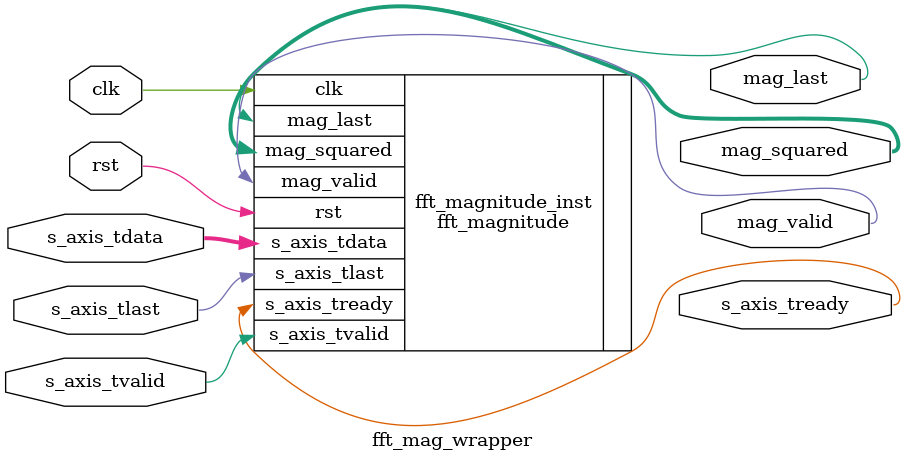
<source format=v>
`timescale 1ns / 1ps

module fft_mag_wrapper #(
    parameter DATA_WIDTH = 16
)(
    input  wire                      clk,
    input  wire                      rst,

    input  wire [2*DATA_WIDTH-1:0] s_axis_tdata,
    input  wire                    s_axis_tvalid,
    input  wire                    s_axis_tlast,
    output wire                    s_axis_tready,

    output wire [2*DATA_WIDTH-1:0] mag_squared,
    output wire                    mag_valid,
    output wire                    mag_last
);

    fft_magnitude #(
        .DATA_WIDTH(DATA_WIDTH)
    ) fft_magnitude_inst (
        .clk(clk),
        .rst(rst),
        .s_axis_tdata(s_axis_tdata),
        .s_axis_tvalid(s_axis_tvalid),
        .s_axis_tlast(s_axis_tlast),
        .s_axis_tready(s_axis_tready),
        .mag_squared(mag_squared),
        .mag_valid(mag_valid),
        .mag_last(mag_last)
    );

endmodule

</source>
